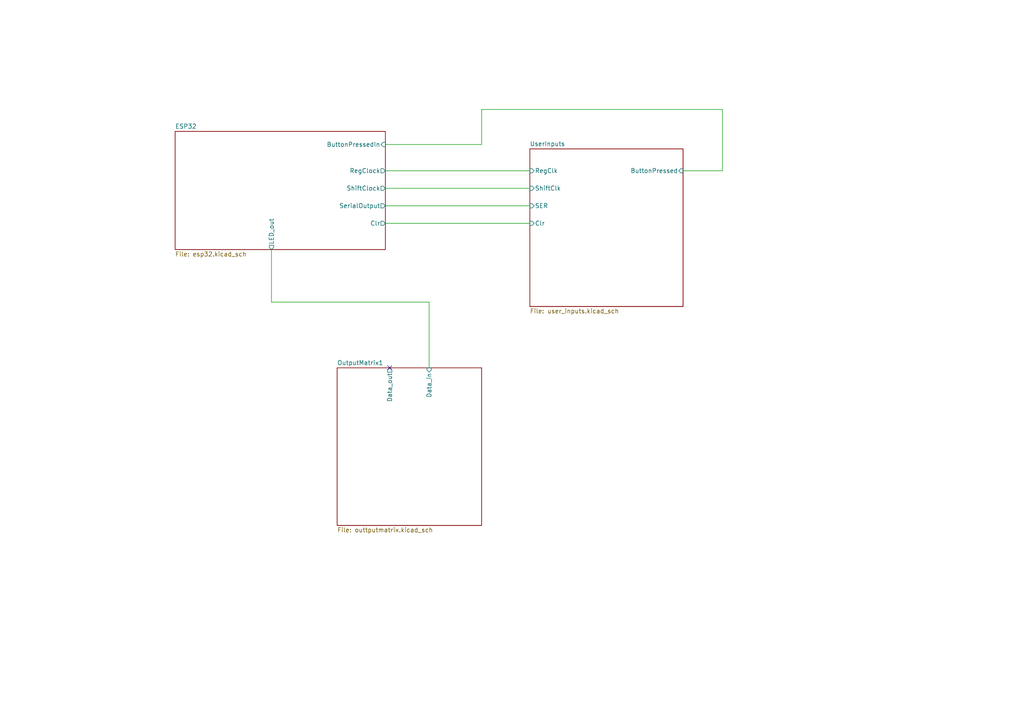
<source format=kicad_sch>
(kicad_sch (version 20211123) (generator eeschema)
  (paper "A4")
  (lib_symbols)
  (no_connect (at 113.03 106.68))
  (wire (pts (xy 111.76 64.77) (xy 153.67 64.77)))
  (wire (pts (xy 111.76 59.69) (xy 153.67 59.69)))
  (wire (pts (xy 78.74 72.39) (xy 78.74 87.63)))
  (wire (pts (xy 124.46 87.63) (xy 124.46 106.68)))
  (wire (pts (xy 111.76 49.53) (xy 153.67 49.53)))
  (wire (pts (xy 209.55 49.53) (xy 209.55 31.75)))
  (wire (pts (xy 78.74 87.63) (xy 124.46 87.63)))
  (wire (pts (xy 111.76 54.61) (xy 153.67 54.61)))
  (wire (pts (xy 139.7 41.91) (xy 111.76 41.91)))
  (wire (pts (xy 198.12 49.53) (xy 209.55 49.53)))
  (wire (pts (xy 139.7 31.75) (xy 139.7 41.91)))
  (wire (pts (xy 209.55 31.75) (xy 139.7 31.75)))
  (sheet (at 50.8 38.1) (size 60.96 34.29) (stroke (width 0.1524))
    (property "Sheet name" "ESP32" (at 50.8 37.3884 0) (effects (justify left bottom)))
    (property "Sheet file" "esp32.kicad_sch" (at 50.8 72.9746 0) (effects (justify left top)))
    (pin "LED_out" output (at 78.74 72.39 270))
    (pin "SerialOutput" output (at 111.76 59.69 0))
    (pin "ShiftClock" output (at 111.76 54.61 0))
    (pin "RegClock" output (at 111.76 49.53 0))
    (pin "Clr" output (at 111.76 64.77 0))
    (pin "ButtonPressedIn" input (at 111.76 41.91 0))
  )
  (sheet (at 97.79 106.68) (size 41.91 45.72) (stroke (width 0.1524))
    (property "Sheet name" "OutputMatrix1" (at 97.79 105.9684 0) (effects (justify left bottom)))
    (property "Sheet file" "outtputmatrix.kicad_sch" (at 97.79 152.9846 0) (effects (justify left top)))
    (pin "Data_out" output (at 113.03 106.68 90))
    (pin "Data_in" input (at 124.46 106.68 90))
  )
  (sheet (at 153.67 43.18) (size 44.45 45.72) (stroke (width 0.1524))
    (property "Sheet name" "UserInputs" (at 153.67 42.4684 0) (effects (justify left bottom)))
    (property "Sheet file" "user_inputs.kicad_sch" (at 153.67 89.4846 0) (effects (justify left top)))
    (pin "RegClk" input (at 153.67 49.53 180))
    (pin "ShiftClk" input (at 153.67 54.61 180))
    (pin "SER" input (at 153.67 59.69 180))
    (pin "Clr" input (at 153.67 64.77 180))
    (pin "ButtonPressed" input (at 198.12 49.53 0))
  )
)
</source>
